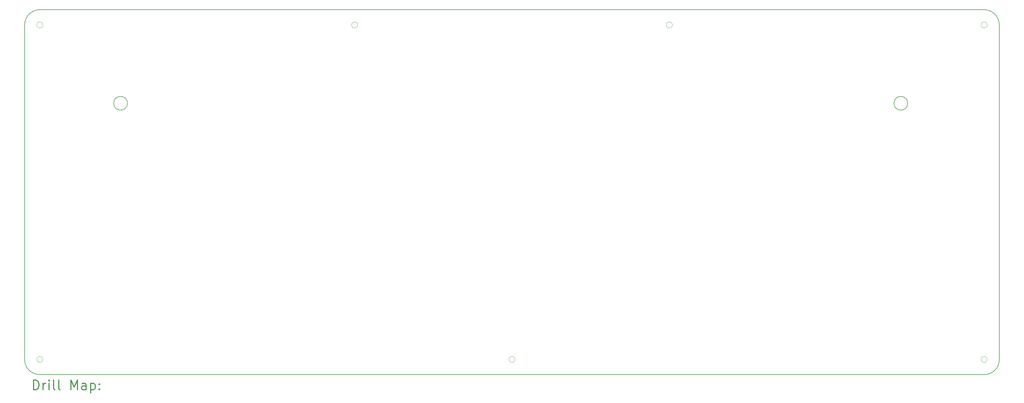
<source format=gbr>
%FSLAX45Y45*%
G04 Gerber Fmt 4.5, Leading zero omitted, Abs format (unit mm)*
G04 Created by KiCad (PCBNEW 5.1.10-88a1d61d58~90~ubuntu21.04.1) date 2021-09-17 14:10:16*
%MOMM*%
%LPD*%
G01*
G04 APERTURE LIST*
%TA.AperFunction,Profile*%
%ADD10C,0.150000*%
%TD*%
%TA.AperFunction,Profile*%
%ADD11C,0.200000*%
%TD*%
%TA.AperFunction,Profile*%
%ADD12C,0.050000*%
%TD*%
%ADD13C,0.200000*%
%ADD14C,0.300000*%
G04 APERTURE END LIST*
D10*
X6492875Y-6076950D02*
X36020375Y-6076950D01*
D11*
X33631450Y-9006650D02*
G75*
G03*
X33631450Y-9006650I-215000J0D01*
G01*
X9231450Y-9006650D02*
G75*
G03*
X9231450Y-9006650I-215000J0D01*
G01*
D10*
X6016625Y-17030700D02*
X6016625Y-6553200D01*
X36020375Y-17506950D02*
X6492875Y-17506950D01*
D12*
X21351885Y-17030700D02*
G75*
G03*
X21351885Y-17030700I-95000J0D01*
G01*
X6587875Y-6553200D02*
G75*
G03*
X6587875Y-6553200I-95000J0D01*
G01*
X6587875Y-17030700D02*
G75*
G03*
X6587875Y-17030700I-95000J0D01*
G01*
D10*
X36496625Y-17030700D02*
G75*
G02*
X36020375Y-17506950I-476250J0D01*
G01*
X6492875Y-17506950D02*
G75*
G02*
X6016625Y-17030700I0J476250D01*
G01*
X6016625Y-6553200D02*
G75*
G02*
X6492875Y-6076950I476250J0D01*
G01*
D12*
X36115375Y-17030700D02*
G75*
G03*
X36115375Y-17030700I-95000J0D01*
G01*
X36115375Y-6553200D02*
G75*
G03*
X36115375Y-6553200I-95000J0D01*
G01*
X16430715Y-6553200D02*
G75*
G03*
X16430715Y-6553200I-95000J0D01*
G01*
D10*
X36020375Y-6076950D02*
G75*
G02*
X36496625Y-6553200I0J-476250D01*
G01*
X36496625Y-6553200D02*
X36496625Y-17030700D01*
D12*
X26273045Y-6553200D02*
G75*
G03*
X26273045Y-6553200I-95000J0D01*
G01*
D13*
D14*
X6295553Y-17980164D02*
X6295553Y-17680164D01*
X6366982Y-17680164D01*
X6409839Y-17694450D01*
X6438411Y-17723022D01*
X6452696Y-17751593D01*
X6466982Y-17808736D01*
X6466982Y-17851593D01*
X6452696Y-17908736D01*
X6438411Y-17937307D01*
X6409839Y-17965879D01*
X6366982Y-17980164D01*
X6295553Y-17980164D01*
X6595553Y-17980164D02*
X6595553Y-17780164D01*
X6595553Y-17837307D02*
X6609839Y-17808736D01*
X6624125Y-17794450D01*
X6652696Y-17780164D01*
X6681268Y-17780164D01*
X6781268Y-17980164D02*
X6781268Y-17780164D01*
X6781268Y-17680164D02*
X6766982Y-17694450D01*
X6781268Y-17708736D01*
X6795553Y-17694450D01*
X6781268Y-17680164D01*
X6781268Y-17708736D01*
X6966982Y-17980164D02*
X6938411Y-17965879D01*
X6924125Y-17937307D01*
X6924125Y-17680164D01*
X7124125Y-17980164D02*
X7095553Y-17965879D01*
X7081268Y-17937307D01*
X7081268Y-17680164D01*
X7466982Y-17980164D02*
X7466982Y-17680164D01*
X7566982Y-17894450D01*
X7666982Y-17680164D01*
X7666982Y-17980164D01*
X7938411Y-17980164D02*
X7938411Y-17823022D01*
X7924125Y-17794450D01*
X7895553Y-17780164D01*
X7838411Y-17780164D01*
X7809839Y-17794450D01*
X7938411Y-17965879D02*
X7909839Y-17980164D01*
X7838411Y-17980164D01*
X7809839Y-17965879D01*
X7795553Y-17937307D01*
X7795553Y-17908736D01*
X7809839Y-17880164D01*
X7838411Y-17865879D01*
X7909839Y-17865879D01*
X7938411Y-17851593D01*
X8081268Y-17780164D02*
X8081268Y-18080164D01*
X8081268Y-17794450D02*
X8109839Y-17780164D01*
X8166982Y-17780164D01*
X8195553Y-17794450D01*
X8209839Y-17808736D01*
X8224125Y-17837307D01*
X8224125Y-17923022D01*
X8209839Y-17951593D01*
X8195553Y-17965879D01*
X8166982Y-17980164D01*
X8109839Y-17980164D01*
X8081268Y-17965879D01*
X8352696Y-17951593D02*
X8366982Y-17965879D01*
X8352696Y-17980164D01*
X8338411Y-17965879D01*
X8352696Y-17951593D01*
X8352696Y-17980164D01*
X8352696Y-17794450D02*
X8366982Y-17808736D01*
X8352696Y-17823022D01*
X8338411Y-17808736D01*
X8352696Y-17794450D01*
X8352696Y-17823022D01*
M02*

</source>
